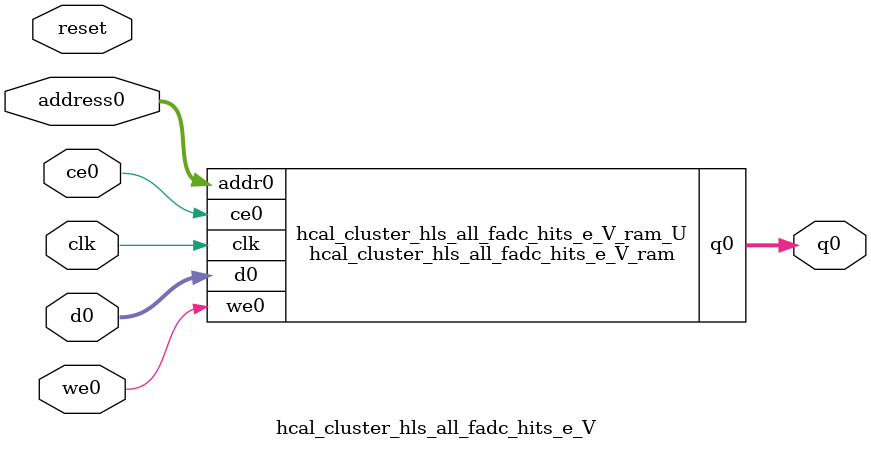
<source format=v>
`timescale 1 ns / 1 ps
module hcal_cluster_hls_all_fadc_hits_e_V_ram (addr0, ce0, d0, we0, q0,  clk);

parameter DWIDTH = 13;
parameter AWIDTH = 9;
parameter MEM_SIZE = 288;

input[AWIDTH-1:0] addr0;
input ce0;
input[DWIDTH-1:0] d0;
input we0;
output wire[DWIDTH-1:0] q0;
input clk;

reg [DWIDTH-1:0] ram[0:MEM_SIZE-1];
wire [AWIDTH-1:0] addr0_t0; 
reg [AWIDTH-1:0] addr0_t1; 
wire [DWIDTH-1:0] d0_t0; 
wire we0_t0; 
reg [DWIDTH-1:0] d0_t1; 
reg we0_t1; 
reg [DWIDTH-1:0] q0_t0;
reg [DWIDTH-1:0] q0_t1;


assign addr0_t0 = addr0;
assign d0_t0 = d0;
assign we0_t0 = we0;
assign q0 = q0_t1;

always @(posedge clk)  
begin
    if (ce0) 
    begin
        addr0_t1 <= addr0_t0; 
        d0_t1 <= d0_t0;
        we0_t1 <= we0_t0;
        q0_t1 <= q0_t0;
    end
end


always @(posedge clk)  
begin 
    if (ce0) begin
        if (we0_t1) 
            ram[addr0_t1] <= d0_t1; 
        q0_t0 <= ram[addr0_t1];
    end
end


endmodule

`timescale 1 ns / 1 ps
module hcal_cluster_hls_all_fadc_hits_e_V(
    reset,
    clk,
    address0,
    ce0,
    we0,
    d0,
    q0);

parameter DataWidth = 32'd13;
parameter AddressRange = 32'd288;
parameter AddressWidth = 32'd9;
input reset;
input clk;
input[AddressWidth - 1:0] address0;
input ce0;
input we0;
input[DataWidth - 1:0] d0;
output[DataWidth - 1:0] q0;



hcal_cluster_hls_all_fadc_hits_e_V_ram hcal_cluster_hls_all_fadc_hits_e_V_ram_U(
    .clk( clk ),
    .addr0( address0 ),
    .ce0( ce0 ),
    .we0( we0 ),
    .d0( d0 ),
    .q0( q0 ));

endmodule


</source>
